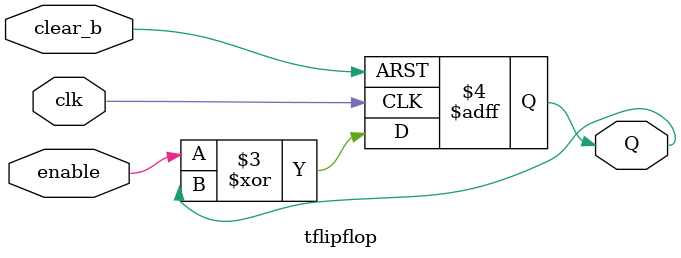
<source format=v>
module part1(SW, KEY, HEX0, HEX1);
	input [9:0] SW;
	input [3:0] KEY;
	output [6:0] HEX0;
	output [6:0] HEX1;


	wire [7:0] out;
	
	eightbitcounter e0(
		.enable(SW[1]),
		.clk(KEY[0]),
		.clear_b(SW[0]),
		.Q(out)
		);

	SevenSegmentDecoder s0(
		.c(out[3:0]),
		.ss_out(HEX0)
		);

	SevenSegmentDecoder s1(
		.c(out[7:4]),
		.ss_out(HEX1)
		);
endmodule
	


module SevenSegmentDecoder(c,ss_out);
	input [3:0] c; //the bcd input
	output [6:0] ss_out; //the seven segements
	
	assign ss_out[0] = ~c[3] & ~c[2] & ~c[1] & c[0] | ~c[3] & c[2] & ~c[1] & ~c[0] | c[3] & ~c[2] & c[1] & c[0] | c[3] & c[2] & ~c[1] & c[0];
	assign ss_out[1] = c[3] & c[1] & c[0] | c[2] & c[1] & ~c[0] | ~c[3] & c[2] & ~c[1] & c[0] | c[3] & c[2] & ~c[0];
	assign ss_out[2] = ~c[3] & ~c[2] & c[1] & ~c[0] | c[3] & c[2] & ~c[0] | c[3] & c[2] & c[1];
	assign ss_out[3] = ~c[3] & ~c[2] & ~c[1]& c[0] | ~c[3] & c[2] & ~c[1] & ~c[0] | c[2] & c[1] & c[0] | c[3] & ~c[2] & c[1] & ~c[0];
	assign ss_out[4] = ~c[3] & c[0] | ~c[3] & c[2] & ~c[1] | ~c[2] & ~c[1] & c[0];
	assign ss_out[5] = ~c[3] & ~c[2] & c[0] | ~c[3] & ~c[2] & c[1] | ~c[3] & c[1] & c[0] | c[3] & c[2] & ~c[1] & c[0];
	assign ss_out[6] = ~c[3] & ~c[2] & ~c[1] | ~c[3] & c[2] & c[1] & c[0] | c[3] & c[2] & ~c[1] & ~c[0];
	
endmodule	

module eightbitcounter(enable, clk, clear_b, Q);
	input enable, clk, clear_b;
	output [7:0] Q;
	
	wire [6:0] connection;
	
	tflipflop t0(
		.enable(enable),
		.clk(clk),
		.clear_b(clear_b),
		.Q(Q[0])
		);
	
	assign connection[0] = Q[0] && enable;
	
	tflipflop t1(
		.enable(connection[0]),
		.clk(clk),
		.clear_b(clear_b),
		.Q(Q[1])
		);
	
	assign connection[1] = Q[1] && connection[0];
	
	tflipflop t2(
		.enable(connection[1]),
		.clk(clk),
		.clear_b(clear_b),
		.Q(Q[2])
		);
	
	assign connection[2] = Q[2] && connection[1];
	
	tflipflop t3(
		.enable(connection[2]),
		.clk(clk),
		.clear_b(clear_b),
		.Q(Q[3])
		);
		
	assign connection[3] = Q[3] && connection[2];
		
	tflipflop t4(
		.enable(connection[3]),
		.clk(clk),
		.clear_b(clear_b),
		.Q(Q[4])
		);
		
	assign connection[4] = Q[4] && connection[3];	
		
	tflipflop t5(
		.enable(connection[4]),
		.clk(clk),
		.clear_b(clear_b),
		.Q(Q[5])
		);
		
	assign connection[5] = Q[5] && connection[4];	
		
	tflipflop t6(
		.enable(connection[5]),
		.clk(clk),
		.clear_b(clear_b),
		.Q(Q[6])
		);
		
	assign connection[6] = Q[6] && connection[5];
	
	tflipflop t7(
		.enable(connection[6]),
		.clk(clk),
		.clear_b(clear_b),
		.Q(Q[7])
		);

endmodule		
	
	

module tflipflop(enable, clk, clear_b, Q);
	input enable, clk, clear_b;
	output Q;
	reg Q;
	
	always @(posedge clk, negedge clear_b)
	begin
		if (clear_b == 1'b0) 

			Q <= 0;

		else 
			Q <= enable ^ Q;
	end
endmodule
	
</source>
